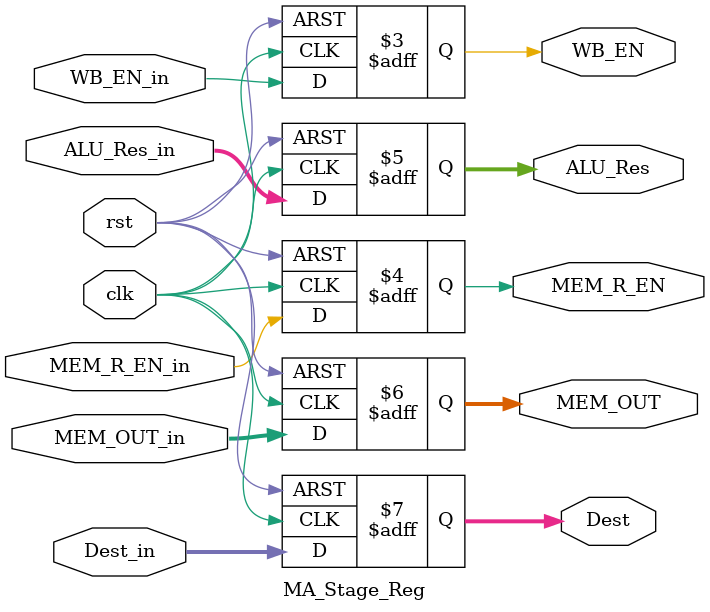
<source format=v>
module MA_Stage_Reg #(
    parameter DATA_LEN = 32,
    parameter ADDRESS_LEN = 32,
    parameter ADDRESS_LEN_REG_FILE = 4
) (
    input  wire                                   clk, rst,
    input  wire                                   WB_EN_in, MEM_R_EN_in, 
    input  wire  [DATA_LEN - 1 : 0]               ALU_Res_in,
    input  wire  [DATA_LEN - 1 : 0]               MEM_OUT_in,
    input  wire  [ADDRESS_LEN_REG_FILE - 1 : 0]   Dest_in,
    output reg                                    WB_EN, MEM_R_EN,
    output reg   [DATA_LEN - 1 : 0]               ALU_Res,
    output reg   [DATA_LEN - 1 : 0]               MEM_OUT,
    output reg   [ADDRESS_LEN_REG_FILE - 1 : 0]   Dest   
);

    always @(posedge clk or negedge rst) begin
        if(~rst) begin
            WB_EN <= 1'b0;
            MEM_R_EN <= 1'b0;
            ALU_Res <= 32'b0;
            MEM_OUT <= 32'b0;
            Dest <= 4'b0;
            
        end
        else begin
            WB_EN <= WB_EN_in;
            MEM_R_EN <= MEM_R_EN_in;
            ALU_Res <= ALU_Res_in;
            MEM_OUT <= MEM_OUT_in;
            Dest <= Dest_in;
        end   
    end


    
endmodule
</source>
